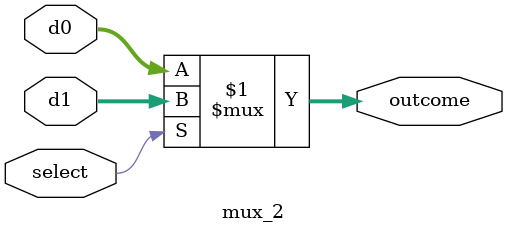
<source format=sv>
`timescale 1ns / 1ps

module mux_2
    #(parameter WIDTH = 9)
    (input logic [WIDTH-1:0] d0, d1,
    input logic select,
    output logic [WIDTH-1:0] outcome);

    assign outcome = select ? d1 : d0;

endmodule
</source>
